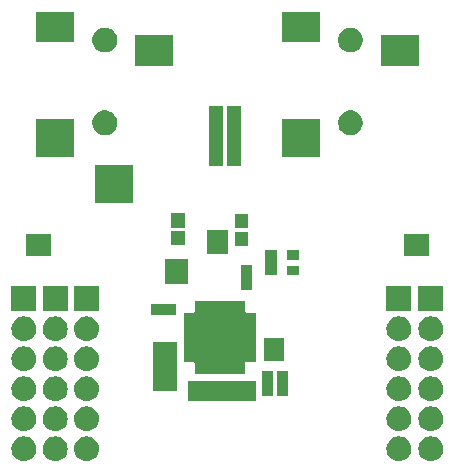
<source format=gbr>
G04 #@! TF.GenerationSoftware,KiCad,Pcbnew,(5.0.1-3-g963ef8bb5)*
G04 #@! TF.CreationDate,2019-01-09T17:43:23-05:00*
G04 #@! TF.ProjectId,Tympan_AIC_Shield,54796D70616E5F4149435F536869656C,rev?*
G04 #@! TF.SameCoordinates,PX6d878d0PY5279480*
G04 #@! TF.FileFunction,Soldermask,Top*
G04 #@! TF.FilePolarity,Negative*
%FSLAX46Y46*%
G04 Gerber Fmt 4.6, Leading zero omitted, Abs format (unit mm)*
G04 Created by KiCad (PCBNEW (5.0.1-3-g963ef8bb5)) date Wednesday, January 09, 2019 at 05:43:23 PM*
%MOMM*%
%LPD*%
G01*
G04 APERTURE LIST*
%ADD10C,0.100000*%
G04 APERTURE END LIST*
D10*
G36*
X36328707Y3042404D02*
X36405836Y3034807D01*
X36537787Y2994780D01*
X36603763Y2974767D01*
X36786172Y2877267D01*
X36946054Y2746054D01*
X37077267Y2586172D01*
X37174767Y2403763D01*
X37174767Y2403762D01*
X37234807Y2205836D01*
X37255080Y2000000D01*
X37234807Y1794164D01*
X37194780Y1662213D01*
X37174767Y1596237D01*
X37077267Y1413828D01*
X36946054Y1253946D01*
X36786172Y1122733D01*
X36603763Y1025233D01*
X36537787Y1005220D01*
X36405836Y965193D01*
X36328707Y957597D01*
X36251580Y950000D01*
X36148420Y950000D01*
X36071293Y957597D01*
X35994164Y965193D01*
X35862213Y1005220D01*
X35796237Y1025233D01*
X35613828Y1122733D01*
X35453946Y1253946D01*
X35322733Y1413828D01*
X35225233Y1596237D01*
X35205220Y1662213D01*
X35165193Y1794164D01*
X35144920Y2000000D01*
X35165193Y2205836D01*
X35225233Y2403762D01*
X35225233Y2403763D01*
X35322733Y2586172D01*
X35453946Y2746054D01*
X35613828Y2877267D01*
X35796237Y2974767D01*
X35862213Y2994780D01*
X35994164Y3034807D01*
X36071293Y3042404D01*
X36148420Y3050000D01*
X36251580Y3050000D01*
X36328707Y3042404D01*
X36328707Y3042404D01*
G37*
G36*
X33628707Y3042404D02*
X33705836Y3034807D01*
X33837787Y2994780D01*
X33903763Y2974767D01*
X34086172Y2877267D01*
X34246054Y2746054D01*
X34377267Y2586172D01*
X34474767Y2403763D01*
X34474767Y2403762D01*
X34534807Y2205836D01*
X34555080Y2000000D01*
X34534807Y1794164D01*
X34494780Y1662213D01*
X34474767Y1596237D01*
X34377267Y1413828D01*
X34246054Y1253946D01*
X34086172Y1122733D01*
X33903763Y1025233D01*
X33837787Y1005220D01*
X33705836Y965193D01*
X33628707Y957597D01*
X33551580Y950000D01*
X33448420Y950000D01*
X33371293Y957597D01*
X33294164Y965193D01*
X33162213Y1005220D01*
X33096237Y1025233D01*
X32913828Y1122733D01*
X32753946Y1253946D01*
X32622733Y1413828D01*
X32525233Y1596237D01*
X32505220Y1662213D01*
X32465193Y1794164D01*
X32444920Y2000000D01*
X32465193Y2205836D01*
X32525233Y2403762D01*
X32525233Y2403763D01*
X32622733Y2586172D01*
X32753946Y2746054D01*
X32913828Y2877267D01*
X33096237Y2974767D01*
X33162213Y2994780D01*
X33294164Y3034807D01*
X33371293Y3042404D01*
X33448420Y3050000D01*
X33551580Y3050000D01*
X33628707Y3042404D01*
X33628707Y3042404D01*
G37*
G36*
X7178707Y3042404D02*
X7255836Y3034807D01*
X7387787Y2994780D01*
X7453763Y2974767D01*
X7636172Y2877267D01*
X7796054Y2746054D01*
X7927267Y2586172D01*
X8024767Y2403763D01*
X8024767Y2403762D01*
X8084807Y2205836D01*
X8105080Y2000000D01*
X8084807Y1794164D01*
X8044780Y1662213D01*
X8024767Y1596237D01*
X7927267Y1413828D01*
X7796054Y1253946D01*
X7636172Y1122733D01*
X7453763Y1025233D01*
X7387787Y1005220D01*
X7255836Y965193D01*
X7178707Y957597D01*
X7101580Y950000D01*
X6998420Y950000D01*
X6921293Y957597D01*
X6844164Y965193D01*
X6712213Y1005220D01*
X6646237Y1025233D01*
X6463828Y1122733D01*
X6303946Y1253946D01*
X6172733Y1413828D01*
X6075233Y1596237D01*
X6055220Y1662213D01*
X6015193Y1794164D01*
X5994920Y2000000D01*
X6015193Y2205836D01*
X6075233Y2403762D01*
X6075233Y2403763D01*
X6172733Y2586172D01*
X6303946Y2746054D01*
X6463828Y2877267D01*
X6646237Y2974767D01*
X6712213Y2994780D01*
X6844164Y3034807D01*
X6921293Y3042404D01*
X6998420Y3050000D01*
X7101580Y3050000D01*
X7178707Y3042404D01*
X7178707Y3042404D01*
G37*
G36*
X4528707Y3042404D02*
X4605836Y3034807D01*
X4737787Y2994780D01*
X4803763Y2974767D01*
X4986172Y2877267D01*
X5146054Y2746054D01*
X5277267Y2586172D01*
X5374767Y2403763D01*
X5374767Y2403762D01*
X5434807Y2205836D01*
X5455080Y2000000D01*
X5434807Y1794164D01*
X5394780Y1662213D01*
X5374767Y1596237D01*
X5277267Y1413828D01*
X5146054Y1253946D01*
X4986172Y1122733D01*
X4803763Y1025233D01*
X4737787Y1005220D01*
X4605836Y965193D01*
X4528707Y957597D01*
X4451580Y950000D01*
X4348420Y950000D01*
X4271293Y957597D01*
X4194164Y965193D01*
X4062213Y1005220D01*
X3996237Y1025233D01*
X3813828Y1122733D01*
X3653946Y1253946D01*
X3522733Y1413828D01*
X3425233Y1596237D01*
X3405220Y1662213D01*
X3365193Y1794164D01*
X3344920Y2000000D01*
X3365193Y2205836D01*
X3425233Y2403762D01*
X3425233Y2403763D01*
X3522733Y2586172D01*
X3653946Y2746054D01*
X3813828Y2877267D01*
X3996237Y2974767D01*
X4062213Y2994780D01*
X4194164Y3034807D01*
X4271293Y3042404D01*
X4348420Y3050000D01*
X4451580Y3050000D01*
X4528707Y3042404D01*
X4528707Y3042404D01*
G37*
G36*
X1878707Y3042404D02*
X1955836Y3034807D01*
X2087787Y2994780D01*
X2153763Y2974767D01*
X2336172Y2877267D01*
X2496054Y2746054D01*
X2627267Y2586172D01*
X2724767Y2403763D01*
X2724767Y2403762D01*
X2784807Y2205836D01*
X2805080Y2000000D01*
X2784807Y1794164D01*
X2744780Y1662213D01*
X2724767Y1596237D01*
X2627267Y1413828D01*
X2496054Y1253946D01*
X2336172Y1122733D01*
X2153763Y1025233D01*
X2087787Y1005220D01*
X1955836Y965193D01*
X1878707Y957597D01*
X1801580Y950000D01*
X1698420Y950000D01*
X1621293Y957597D01*
X1544164Y965193D01*
X1412213Y1005220D01*
X1346237Y1025233D01*
X1163828Y1122733D01*
X1003946Y1253946D01*
X872733Y1413828D01*
X775233Y1596237D01*
X755220Y1662213D01*
X715193Y1794164D01*
X694920Y2000000D01*
X715193Y2205836D01*
X775233Y2403762D01*
X775233Y2403763D01*
X872733Y2586172D01*
X1003946Y2746054D01*
X1163828Y2877267D01*
X1346237Y2974767D01*
X1412213Y2994780D01*
X1544164Y3034807D01*
X1621293Y3042404D01*
X1698420Y3050000D01*
X1801580Y3050000D01*
X1878707Y3042404D01*
X1878707Y3042404D01*
G37*
G36*
X7178707Y5582403D02*
X7255836Y5574807D01*
X7387787Y5534780D01*
X7453763Y5514767D01*
X7636172Y5417267D01*
X7796054Y5286054D01*
X7927267Y5126172D01*
X8024767Y4943763D01*
X8024767Y4943762D01*
X8084807Y4745836D01*
X8105080Y4540000D01*
X8084807Y4334164D01*
X8044780Y4202213D01*
X8024767Y4136237D01*
X7927267Y3953828D01*
X7796054Y3793946D01*
X7636172Y3662733D01*
X7453763Y3565233D01*
X7387787Y3545220D01*
X7255836Y3505193D01*
X7178707Y3497597D01*
X7101580Y3490000D01*
X6998420Y3490000D01*
X6921293Y3497597D01*
X6844164Y3505193D01*
X6712213Y3545220D01*
X6646237Y3565233D01*
X6463828Y3662733D01*
X6303946Y3793946D01*
X6172733Y3953828D01*
X6075233Y4136237D01*
X6055220Y4202213D01*
X6015193Y4334164D01*
X5994920Y4540000D01*
X6015193Y4745836D01*
X6075233Y4943762D01*
X6075233Y4943763D01*
X6172733Y5126172D01*
X6303946Y5286054D01*
X6463828Y5417267D01*
X6646237Y5514767D01*
X6712213Y5534780D01*
X6844164Y5574807D01*
X6921293Y5582403D01*
X6998420Y5590000D01*
X7101580Y5590000D01*
X7178707Y5582403D01*
X7178707Y5582403D01*
G37*
G36*
X36328707Y5582403D02*
X36405836Y5574807D01*
X36537787Y5534780D01*
X36603763Y5514767D01*
X36786172Y5417267D01*
X36946054Y5286054D01*
X37077267Y5126172D01*
X37174767Y4943763D01*
X37174767Y4943762D01*
X37234807Y4745836D01*
X37255080Y4540000D01*
X37234807Y4334164D01*
X37194780Y4202213D01*
X37174767Y4136237D01*
X37077267Y3953828D01*
X36946054Y3793946D01*
X36786172Y3662733D01*
X36603763Y3565233D01*
X36537787Y3545220D01*
X36405836Y3505193D01*
X36328707Y3497597D01*
X36251580Y3490000D01*
X36148420Y3490000D01*
X36071293Y3497597D01*
X35994164Y3505193D01*
X35862213Y3545220D01*
X35796237Y3565233D01*
X35613828Y3662733D01*
X35453946Y3793946D01*
X35322733Y3953828D01*
X35225233Y4136237D01*
X35205220Y4202213D01*
X35165193Y4334164D01*
X35144920Y4540000D01*
X35165193Y4745836D01*
X35225233Y4943762D01*
X35225233Y4943763D01*
X35322733Y5126172D01*
X35453946Y5286054D01*
X35613828Y5417267D01*
X35796237Y5514767D01*
X35862213Y5534780D01*
X35994164Y5574807D01*
X36071293Y5582403D01*
X36148420Y5590000D01*
X36251580Y5590000D01*
X36328707Y5582403D01*
X36328707Y5582403D01*
G37*
G36*
X4528707Y5582403D02*
X4605836Y5574807D01*
X4737787Y5534780D01*
X4803763Y5514767D01*
X4986172Y5417267D01*
X5146054Y5286054D01*
X5277267Y5126172D01*
X5374767Y4943763D01*
X5374767Y4943762D01*
X5434807Y4745836D01*
X5455080Y4540000D01*
X5434807Y4334164D01*
X5394780Y4202213D01*
X5374767Y4136237D01*
X5277267Y3953828D01*
X5146054Y3793946D01*
X4986172Y3662733D01*
X4803763Y3565233D01*
X4737787Y3545220D01*
X4605836Y3505193D01*
X4528707Y3497597D01*
X4451580Y3490000D01*
X4348420Y3490000D01*
X4271293Y3497597D01*
X4194164Y3505193D01*
X4062213Y3545220D01*
X3996237Y3565233D01*
X3813828Y3662733D01*
X3653946Y3793946D01*
X3522733Y3953828D01*
X3425233Y4136237D01*
X3405220Y4202213D01*
X3365193Y4334164D01*
X3344920Y4540000D01*
X3365193Y4745836D01*
X3425233Y4943762D01*
X3425233Y4943763D01*
X3522733Y5126172D01*
X3653946Y5286054D01*
X3813828Y5417267D01*
X3996237Y5514767D01*
X4062213Y5534780D01*
X4194164Y5574807D01*
X4271293Y5582403D01*
X4348420Y5590000D01*
X4451580Y5590000D01*
X4528707Y5582403D01*
X4528707Y5582403D01*
G37*
G36*
X33628707Y5582403D02*
X33705836Y5574807D01*
X33837787Y5534780D01*
X33903763Y5514767D01*
X34086172Y5417267D01*
X34246054Y5286054D01*
X34377267Y5126172D01*
X34474767Y4943763D01*
X34474767Y4943762D01*
X34534807Y4745836D01*
X34555080Y4540000D01*
X34534807Y4334164D01*
X34494780Y4202213D01*
X34474767Y4136237D01*
X34377267Y3953828D01*
X34246054Y3793946D01*
X34086172Y3662733D01*
X33903763Y3565233D01*
X33837787Y3545220D01*
X33705836Y3505193D01*
X33628707Y3497597D01*
X33551580Y3490000D01*
X33448420Y3490000D01*
X33371293Y3497597D01*
X33294164Y3505193D01*
X33162213Y3545220D01*
X33096237Y3565233D01*
X32913828Y3662733D01*
X32753946Y3793946D01*
X32622733Y3953828D01*
X32525233Y4136237D01*
X32505220Y4202213D01*
X32465193Y4334164D01*
X32444920Y4540000D01*
X32465193Y4745836D01*
X32525233Y4943762D01*
X32525233Y4943763D01*
X32622733Y5126172D01*
X32753946Y5286054D01*
X32913828Y5417267D01*
X33096237Y5514767D01*
X33162213Y5534780D01*
X33294164Y5574807D01*
X33371293Y5582403D01*
X33448420Y5590000D01*
X33551580Y5590000D01*
X33628707Y5582403D01*
X33628707Y5582403D01*
G37*
G36*
X1878707Y5582403D02*
X1955836Y5574807D01*
X2087787Y5534780D01*
X2153763Y5514767D01*
X2336172Y5417267D01*
X2496054Y5286054D01*
X2627267Y5126172D01*
X2724767Y4943763D01*
X2724767Y4943762D01*
X2784807Y4745836D01*
X2805080Y4540000D01*
X2784807Y4334164D01*
X2744780Y4202213D01*
X2724767Y4136237D01*
X2627267Y3953828D01*
X2496054Y3793946D01*
X2336172Y3662733D01*
X2153763Y3565233D01*
X2087787Y3545220D01*
X1955836Y3505193D01*
X1878707Y3497597D01*
X1801580Y3490000D01*
X1698420Y3490000D01*
X1621293Y3497597D01*
X1544164Y3505193D01*
X1412213Y3545220D01*
X1346237Y3565233D01*
X1163828Y3662733D01*
X1003946Y3793946D01*
X872733Y3953828D01*
X775233Y4136237D01*
X755220Y4202213D01*
X715193Y4334164D01*
X694920Y4540000D01*
X715193Y4745836D01*
X775233Y4943762D01*
X775233Y4943763D01*
X872733Y5126172D01*
X1003946Y5286054D01*
X1163828Y5417267D01*
X1346237Y5514767D01*
X1412213Y5534780D01*
X1544164Y5574807D01*
X1621293Y5582403D01*
X1698420Y5590000D01*
X1801580Y5590000D01*
X1878707Y5582403D01*
X1878707Y5582403D01*
G37*
G36*
X36328707Y8122403D02*
X36405836Y8114807D01*
X36537787Y8074780D01*
X36603763Y8054767D01*
X36786172Y7957267D01*
X36946054Y7826054D01*
X37077267Y7666172D01*
X37174767Y7483763D01*
X37174767Y7483762D01*
X37234807Y7285836D01*
X37255080Y7080000D01*
X37234807Y6874164D01*
X37194780Y6742213D01*
X37174767Y6676237D01*
X37077267Y6493828D01*
X36946054Y6333946D01*
X36786172Y6202733D01*
X36603763Y6105233D01*
X36537787Y6085220D01*
X36405836Y6045193D01*
X36328707Y6037596D01*
X36251580Y6030000D01*
X36148420Y6030000D01*
X36071293Y6037596D01*
X35994164Y6045193D01*
X35862213Y6085220D01*
X35796237Y6105233D01*
X35613828Y6202733D01*
X35453946Y6333946D01*
X35322733Y6493828D01*
X35225233Y6676237D01*
X35205220Y6742213D01*
X35165193Y6874164D01*
X35144920Y7080000D01*
X35165193Y7285836D01*
X35225233Y7483762D01*
X35225233Y7483763D01*
X35322733Y7666172D01*
X35453946Y7826054D01*
X35613828Y7957267D01*
X35796237Y8054767D01*
X35862213Y8074780D01*
X35994164Y8114807D01*
X36071293Y8122403D01*
X36148420Y8130000D01*
X36251580Y8130000D01*
X36328707Y8122403D01*
X36328707Y8122403D01*
G37*
G36*
X4528707Y8122403D02*
X4605836Y8114807D01*
X4737787Y8074780D01*
X4803763Y8054767D01*
X4986172Y7957267D01*
X5146054Y7826054D01*
X5277267Y7666172D01*
X5374767Y7483763D01*
X5374767Y7483762D01*
X5434807Y7285836D01*
X5455080Y7080000D01*
X5434807Y6874164D01*
X5394780Y6742213D01*
X5374767Y6676237D01*
X5277267Y6493828D01*
X5146054Y6333946D01*
X4986172Y6202733D01*
X4803763Y6105233D01*
X4737787Y6085220D01*
X4605836Y6045193D01*
X4528707Y6037596D01*
X4451580Y6030000D01*
X4348420Y6030000D01*
X4271293Y6037596D01*
X4194164Y6045193D01*
X4062213Y6085220D01*
X3996237Y6105233D01*
X3813828Y6202733D01*
X3653946Y6333946D01*
X3522733Y6493828D01*
X3425233Y6676237D01*
X3405220Y6742213D01*
X3365193Y6874164D01*
X3344920Y7080000D01*
X3365193Y7285836D01*
X3425233Y7483762D01*
X3425233Y7483763D01*
X3522733Y7666172D01*
X3653946Y7826054D01*
X3813828Y7957267D01*
X3996237Y8054767D01*
X4062213Y8074780D01*
X4194164Y8114807D01*
X4271293Y8122403D01*
X4348420Y8130000D01*
X4451580Y8130000D01*
X4528707Y8122403D01*
X4528707Y8122403D01*
G37*
G36*
X33628707Y8122403D02*
X33705836Y8114807D01*
X33837787Y8074780D01*
X33903763Y8054767D01*
X34086172Y7957267D01*
X34246054Y7826054D01*
X34377267Y7666172D01*
X34474767Y7483763D01*
X34474767Y7483762D01*
X34534807Y7285836D01*
X34555080Y7080000D01*
X34534807Y6874164D01*
X34494780Y6742213D01*
X34474767Y6676237D01*
X34377267Y6493828D01*
X34246054Y6333946D01*
X34086172Y6202733D01*
X33903763Y6105233D01*
X33837787Y6085220D01*
X33705836Y6045193D01*
X33628707Y6037596D01*
X33551580Y6030000D01*
X33448420Y6030000D01*
X33371293Y6037596D01*
X33294164Y6045193D01*
X33162213Y6085220D01*
X33096237Y6105233D01*
X32913828Y6202733D01*
X32753946Y6333946D01*
X32622733Y6493828D01*
X32525233Y6676237D01*
X32505220Y6742213D01*
X32465193Y6874164D01*
X32444920Y7080000D01*
X32465193Y7285836D01*
X32525233Y7483762D01*
X32525233Y7483763D01*
X32622733Y7666172D01*
X32753946Y7826054D01*
X32913828Y7957267D01*
X33096237Y8054767D01*
X33162213Y8074780D01*
X33294164Y8114807D01*
X33371293Y8122403D01*
X33448420Y8130000D01*
X33551580Y8130000D01*
X33628707Y8122403D01*
X33628707Y8122403D01*
G37*
G36*
X1878707Y8122403D02*
X1955836Y8114807D01*
X2087787Y8074780D01*
X2153763Y8054767D01*
X2336172Y7957267D01*
X2496054Y7826054D01*
X2627267Y7666172D01*
X2724767Y7483763D01*
X2724767Y7483762D01*
X2784807Y7285836D01*
X2805080Y7080000D01*
X2784807Y6874164D01*
X2744780Y6742213D01*
X2724767Y6676237D01*
X2627267Y6493828D01*
X2496054Y6333946D01*
X2336172Y6202733D01*
X2153763Y6105233D01*
X2087787Y6085220D01*
X1955836Y6045193D01*
X1878707Y6037596D01*
X1801580Y6030000D01*
X1698420Y6030000D01*
X1621293Y6037596D01*
X1544164Y6045193D01*
X1412213Y6085220D01*
X1346237Y6105233D01*
X1163828Y6202733D01*
X1003946Y6333946D01*
X872733Y6493828D01*
X775233Y6676237D01*
X755220Y6742213D01*
X715193Y6874164D01*
X694920Y7080000D01*
X715193Y7285836D01*
X775233Y7483762D01*
X775233Y7483763D01*
X872733Y7666172D01*
X1003946Y7826054D01*
X1163828Y7957267D01*
X1346237Y8054767D01*
X1412213Y8074780D01*
X1544164Y8114807D01*
X1621293Y8122403D01*
X1698420Y8130000D01*
X1801580Y8130000D01*
X1878707Y8122403D01*
X1878707Y8122403D01*
G37*
G36*
X7178707Y8122403D02*
X7255836Y8114807D01*
X7387787Y8074780D01*
X7453763Y8054767D01*
X7636172Y7957267D01*
X7796054Y7826054D01*
X7927267Y7666172D01*
X8024767Y7483763D01*
X8024767Y7483762D01*
X8084807Y7285836D01*
X8105080Y7080000D01*
X8084807Y6874164D01*
X8044780Y6742213D01*
X8024767Y6676237D01*
X7927267Y6493828D01*
X7796054Y6333946D01*
X7636172Y6202733D01*
X7453763Y6105233D01*
X7387787Y6085220D01*
X7255836Y6045193D01*
X7178707Y6037596D01*
X7101580Y6030000D01*
X6998420Y6030000D01*
X6921293Y6037596D01*
X6844164Y6045193D01*
X6712213Y6085220D01*
X6646237Y6105233D01*
X6463828Y6202733D01*
X6303946Y6333946D01*
X6172733Y6493828D01*
X6075233Y6676237D01*
X6055220Y6742213D01*
X6015193Y6874164D01*
X5994920Y7080000D01*
X6015193Y7285836D01*
X6075233Y7483762D01*
X6075233Y7483763D01*
X6172733Y7666172D01*
X6303946Y7826054D01*
X6463828Y7957267D01*
X6646237Y8054767D01*
X6712213Y8074780D01*
X6844164Y8114807D01*
X6921293Y8122403D01*
X6998420Y8130000D01*
X7101580Y8130000D01*
X7178707Y8122403D01*
X7178707Y8122403D01*
G37*
G36*
X21425000Y6075000D02*
X15675000Y6075000D01*
X15675000Y7775000D01*
X21425000Y7775000D01*
X21425000Y6075000D01*
X21425000Y6075000D01*
G37*
G36*
X22800600Y6440700D02*
X21900600Y6440700D01*
X21900600Y8540700D01*
X22800600Y8540700D01*
X22800600Y6440700D01*
X22800600Y6440700D01*
G37*
G36*
X24096000Y6440700D02*
X23196000Y6440700D01*
X23196000Y8540700D01*
X24096000Y8540700D01*
X24096000Y6440700D01*
X24096000Y6440700D01*
G37*
G36*
X14717900Y8883800D02*
X14720302Y8859414D01*
X14727415Y8835965D01*
X14738966Y8814354D01*
X14746400Y8805296D01*
X14746400Y6880900D01*
X12646400Y6880900D01*
X12646400Y8781223D01*
X12663688Y8795412D01*
X12679234Y8814354D01*
X12690785Y8835965D01*
X12697898Y8859414D01*
X12700300Y8883800D01*
X12700300Y11060600D01*
X14717900Y11060600D01*
X14717900Y8883800D01*
X14717900Y8883800D01*
G37*
G36*
X20444600Y13658000D02*
X20447002Y13633614D01*
X20454115Y13610165D01*
X20465666Y13588554D01*
X20481212Y13569612D01*
X20500154Y13554066D01*
X20521765Y13542515D01*
X20545214Y13535402D01*
X20569600Y13533000D01*
X21419600Y13533000D01*
X21419600Y9333000D01*
X20569600Y9333000D01*
X20545214Y9330598D01*
X20521765Y9323485D01*
X20500154Y9311934D01*
X20481212Y9296388D01*
X20465666Y9277446D01*
X20454115Y9255835D01*
X20447002Y9232386D01*
X20444600Y9208000D01*
X20444600Y8358000D01*
X16244600Y8358000D01*
X16244600Y9208000D01*
X16242198Y9232386D01*
X16235085Y9255835D01*
X16223534Y9277446D01*
X16207988Y9296388D01*
X16189046Y9311934D01*
X16167435Y9323485D01*
X16143986Y9330598D01*
X16119600Y9333000D01*
X15269600Y9333000D01*
X15269600Y13533000D01*
X16119600Y13533000D01*
X16143986Y13535402D01*
X16167435Y13542515D01*
X16189046Y13554066D01*
X16207988Y13569612D01*
X16223534Y13588554D01*
X16235085Y13610165D01*
X16242198Y13633614D01*
X16244600Y13658000D01*
X16244600Y14508000D01*
X20444600Y14508000D01*
X20444600Y13658000D01*
X20444600Y13658000D01*
G37*
G36*
X4528707Y10662403D02*
X4605836Y10654807D01*
X4737787Y10614780D01*
X4803763Y10594767D01*
X4986172Y10497267D01*
X5146054Y10366054D01*
X5277267Y10206172D01*
X5374767Y10023763D01*
X5374767Y10023762D01*
X5434807Y9825836D01*
X5455080Y9620000D01*
X5434807Y9414164D01*
X5407300Y9323485D01*
X5374767Y9216237D01*
X5277267Y9033828D01*
X5146054Y8873946D01*
X4986172Y8742733D01*
X4803763Y8645233D01*
X4737787Y8625220D01*
X4605836Y8585193D01*
X4528707Y8577597D01*
X4451580Y8570000D01*
X4348420Y8570000D01*
X4271293Y8577597D01*
X4194164Y8585193D01*
X4062213Y8625220D01*
X3996237Y8645233D01*
X3813828Y8742733D01*
X3653946Y8873946D01*
X3522733Y9033828D01*
X3425233Y9216237D01*
X3392700Y9323485D01*
X3365193Y9414164D01*
X3344920Y9620000D01*
X3365193Y9825836D01*
X3425233Y10023762D01*
X3425233Y10023763D01*
X3522733Y10206172D01*
X3653946Y10366054D01*
X3813828Y10497267D01*
X3996237Y10594767D01*
X4062213Y10614780D01*
X4194164Y10654807D01*
X4271293Y10662403D01*
X4348420Y10670000D01*
X4451580Y10670000D01*
X4528707Y10662403D01*
X4528707Y10662403D01*
G37*
G36*
X36328707Y10662403D02*
X36405836Y10654807D01*
X36537787Y10614780D01*
X36603763Y10594767D01*
X36786172Y10497267D01*
X36946054Y10366054D01*
X37077267Y10206172D01*
X37174767Y10023763D01*
X37174767Y10023762D01*
X37234807Y9825836D01*
X37255080Y9620000D01*
X37234807Y9414164D01*
X37207300Y9323485D01*
X37174767Y9216237D01*
X37077267Y9033828D01*
X36946054Y8873946D01*
X36786172Y8742733D01*
X36603763Y8645233D01*
X36537787Y8625220D01*
X36405836Y8585193D01*
X36328707Y8577597D01*
X36251580Y8570000D01*
X36148420Y8570000D01*
X36071293Y8577597D01*
X35994164Y8585193D01*
X35862213Y8625220D01*
X35796237Y8645233D01*
X35613828Y8742733D01*
X35453946Y8873946D01*
X35322733Y9033828D01*
X35225233Y9216237D01*
X35192700Y9323485D01*
X35165193Y9414164D01*
X35144920Y9620000D01*
X35165193Y9825836D01*
X35225233Y10023762D01*
X35225233Y10023763D01*
X35322733Y10206172D01*
X35453946Y10366054D01*
X35613828Y10497267D01*
X35796237Y10594767D01*
X35862213Y10614780D01*
X35994164Y10654807D01*
X36071293Y10662403D01*
X36148420Y10670000D01*
X36251580Y10670000D01*
X36328707Y10662403D01*
X36328707Y10662403D01*
G37*
G36*
X7178707Y10662403D02*
X7255836Y10654807D01*
X7387787Y10614780D01*
X7453763Y10594767D01*
X7636172Y10497267D01*
X7796054Y10366054D01*
X7927267Y10206172D01*
X8024767Y10023763D01*
X8024767Y10023762D01*
X8084807Y9825836D01*
X8105080Y9620000D01*
X8084807Y9414164D01*
X8057300Y9323485D01*
X8024767Y9216237D01*
X7927267Y9033828D01*
X7796054Y8873946D01*
X7636172Y8742733D01*
X7453763Y8645233D01*
X7387787Y8625220D01*
X7255836Y8585193D01*
X7178707Y8577597D01*
X7101580Y8570000D01*
X6998420Y8570000D01*
X6921293Y8577597D01*
X6844164Y8585193D01*
X6712213Y8625220D01*
X6646237Y8645233D01*
X6463828Y8742733D01*
X6303946Y8873946D01*
X6172733Y9033828D01*
X6075233Y9216237D01*
X6042700Y9323485D01*
X6015193Y9414164D01*
X5994920Y9620000D01*
X6015193Y9825836D01*
X6075233Y10023762D01*
X6075233Y10023763D01*
X6172733Y10206172D01*
X6303946Y10366054D01*
X6463828Y10497267D01*
X6646237Y10594767D01*
X6712213Y10614780D01*
X6844164Y10654807D01*
X6921293Y10662403D01*
X6998420Y10670000D01*
X7101580Y10670000D01*
X7178707Y10662403D01*
X7178707Y10662403D01*
G37*
G36*
X33628707Y10662403D02*
X33705836Y10654807D01*
X33837787Y10614780D01*
X33903763Y10594767D01*
X34086172Y10497267D01*
X34246054Y10366054D01*
X34377267Y10206172D01*
X34474767Y10023763D01*
X34474767Y10023762D01*
X34534807Y9825836D01*
X34555080Y9620000D01*
X34534807Y9414164D01*
X34507300Y9323485D01*
X34474767Y9216237D01*
X34377267Y9033828D01*
X34246054Y8873946D01*
X34086172Y8742733D01*
X33903763Y8645233D01*
X33837787Y8625220D01*
X33705836Y8585193D01*
X33628707Y8577597D01*
X33551580Y8570000D01*
X33448420Y8570000D01*
X33371293Y8577597D01*
X33294164Y8585193D01*
X33162213Y8625220D01*
X33096237Y8645233D01*
X32913828Y8742733D01*
X32753946Y8873946D01*
X32622733Y9033828D01*
X32525233Y9216237D01*
X32492700Y9323485D01*
X32465193Y9414164D01*
X32444920Y9620000D01*
X32465193Y9825836D01*
X32525233Y10023762D01*
X32525233Y10023763D01*
X32622733Y10206172D01*
X32753946Y10366054D01*
X32913828Y10497267D01*
X33096237Y10594767D01*
X33162213Y10614780D01*
X33294164Y10654807D01*
X33371293Y10662403D01*
X33448420Y10670000D01*
X33551580Y10670000D01*
X33628707Y10662403D01*
X33628707Y10662403D01*
G37*
G36*
X1878707Y10662403D02*
X1955836Y10654807D01*
X2087787Y10614780D01*
X2153763Y10594767D01*
X2336172Y10497267D01*
X2496054Y10366054D01*
X2627267Y10206172D01*
X2724767Y10023763D01*
X2724767Y10023762D01*
X2784807Y9825836D01*
X2805080Y9620000D01*
X2784807Y9414164D01*
X2757300Y9323485D01*
X2724767Y9216237D01*
X2627267Y9033828D01*
X2496054Y8873946D01*
X2336172Y8742733D01*
X2153763Y8645233D01*
X2087787Y8625220D01*
X1955836Y8585193D01*
X1878707Y8577597D01*
X1801580Y8570000D01*
X1698420Y8570000D01*
X1621293Y8577597D01*
X1544164Y8585193D01*
X1412213Y8625220D01*
X1346237Y8645233D01*
X1163828Y8742733D01*
X1003946Y8873946D01*
X872733Y9033828D01*
X775233Y9216237D01*
X742700Y9323485D01*
X715193Y9414164D01*
X694920Y9620000D01*
X715193Y9825836D01*
X775233Y10023762D01*
X775233Y10023763D01*
X872733Y10206172D01*
X1003946Y10366054D01*
X1163828Y10497267D01*
X1346237Y10594767D01*
X1412213Y10614780D01*
X1544164Y10654807D01*
X1621293Y10662403D01*
X1698420Y10670000D01*
X1801580Y10670000D01*
X1878707Y10662403D01*
X1878707Y10662403D01*
G37*
G36*
X23779300Y9447100D02*
X22079300Y9447100D01*
X22079300Y11400000D01*
X23779300Y11400000D01*
X23779300Y9447100D01*
X23779300Y9447100D01*
G37*
G36*
X36328707Y13202403D02*
X36405836Y13194807D01*
X36537787Y13154780D01*
X36603763Y13134767D01*
X36786172Y13037267D01*
X36946054Y12906054D01*
X37077267Y12746172D01*
X37174767Y12563763D01*
X37174767Y12563762D01*
X37234807Y12365836D01*
X37255080Y12160000D01*
X37234807Y11954164D01*
X37194780Y11822213D01*
X37174767Y11756237D01*
X37077267Y11573828D01*
X36946054Y11413946D01*
X36786172Y11282733D01*
X36603763Y11185233D01*
X36537787Y11165220D01*
X36405836Y11125193D01*
X36328707Y11117596D01*
X36251580Y11110000D01*
X36148420Y11110000D01*
X36071293Y11117596D01*
X35994164Y11125193D01*
X35862213Y11165220D01*
X35796237Y11185233D01*
X35613828Y11282733D01*
X35453946Y11413946D01*
X35322733Y11573828D01*
X35225233Y11756237D01*
X35205220Y11822213D01*
X35165193Y11954164D01*
X35144920Y12160000D01*
X35165193Y12365836D01*
X35225233Y12563762D01*
X35225233Y12563763D01*
X35322733Y12746172D01*
X35453946Y12906054D01*
X35613828Y13037267D01*
X35796237Y13134767D01*
X35862213Y13154780D01*
X35994164Y13194807D01*
X36071293Y13202403D01*
X36148420Y13210000D01*
X36251580Y13210000D01*
X36328707Y13202403D01*
X36328707Y13202403D01*
G37*
G36*
X4528707Y13202403D02*
X4605836Y13194807D01*
X4737787Y13154780D01*
X4803763Y13134767D01*
X4986172Y13037267D01*
X5146054Y12906054D01*
X5277267Y12746172D01*
X5374767Y12563763D01*
X5374767Y12563762D01*
X5434807Y12365836D01*
X5455080Y12160000D01*
X5434807Y11954164D01*
X5394780Y11822213D01*
X5374767Y11756237D01*
X5277267Y11573828D01*
X5146054Y11413946D01*
X4986172Y11282733D01*
X4803763Y11185233D01*
X4737787Y11165220D01*
X4605836Y11125193D01*
X4528707Y11117596D01*
X4451580Y11110000D01*
X4348420Y11110000D01*
X4271293Y11117596D01*
X4194164Y11125193D01*
X4062213Y11165220D01*
X3996237Y11185233D01*
X3813828Y11282733D01*
X3653946Y11413946D01*
X3522733Y11573828D01*
X3425233Y11756237D01*
X3405220Y11822213D01*
X3365193Y11954164D01*
X3344920Y12160000D01*
X3365193Y12365836D01*
X3425233Y12563762D01*
X3425233Y12563763D01*
X3522733Y12746172D01*
X3653946Y12906054D01*
X3813828Y13037267D01*
X3996237Y13134767D01*
X4062213Y13154780D01*
X4194164Y13194807D01*
X4271293Y13202403D01*
X4348420Y13210000D01*
X4451580Y13210000D01*
X4528707Y13202403D01*
X4528707Y13202403D01*
G37*
G36*
X7178707Y13202403D02*
X7255836Y13194807D01*
X7387787Y13154780D01*
X7453763Y13134767D01*
X7636172Y13037267D01*
X7796054Y12906054D01*
X7927267Y12746172D01*
X8024767Y12563763D01*
X8024767Y12563762D01*
X8084807Y12365836D01*
X8105080Y12160000D01*
X8084807Y11954164D01*
X8044780Y11822213D01*
X8024767Y11756237D01*
X7927267Y11573828D01*
X7796054Y11413946D01*
X7636172Y11282733D01*
X7453763Y11185233D01*
X7387787Y11165220D01*
X7255836Y11125193D01*
X7178707Y11117596D01*
X7101580Y11110000D01*
X6998420Y11110000D01*
X6921293Y11117596D01*
X6844164Y11125193D01*
X6712213Y11165220D01*
X6646237Y11185233D01*
X6463828Y11282733D01*
X6303946Y11413946D01*
X6172733Y11573828D01*
X6075233Y11756237D01*
X6055220Y11822213D01*
X6015193Y11954164D01*
X5994920Y12160000D01*
X6015193Y12365836D01*
X6075233Y12563762D01*
X6075233Y12563763D01*
X6172733Y12746172D01*
X6303946Y12906054D01*
X6463828Y13037267D01*
X6646237Y13134767D01*
X6712213Y13154780D01*
X6844164Y13194807D01*
X6921293Y13202403D01*
X6998420Y13210000D01*
X7101580Y13210000D01*
X7178707Y13202403D01*
X7178707Y13202403D01*
G37*
G36*
X33628707Y13202403D02*
X33705836Y13194807D01*
X33837787Y13154780D01*
X33903763Y13134767D01*
X34086172Y13037267D01*
X34246054Y12906054D01*
X34377267Y12746172D01*
X34474767Y12563763D01*
X34474767Y12563762D01*
X34534807Y12365836D01*
X34555080Y12160000D01*
X34534807Y11954164D01*
X34494780Y11822213D01*
X34474767Y11756237D01*
X34377267Y11573828D01*
X34246054Y11413946D01*
X34086172Y11282733D01*
X33903763Y11185233D01*
X33837787Y11165220D01*
X33705836Y11125193D01*
X33628707Y11117596D01*
X33551580Y11110000D01*
X33448420Y11110000D01*
X33371293Y11117596D01*
X33294164Y11125193D01*
X33162213Y11165220D01*
X33096237Y11185233D01*
X32913828Y11282733D01*
X32753946Y11413946D01*
X32622733Y11573828D01*
X32525233Y11756237D01*
X32505220Y11822213D01*
X32465193Y11954164D01*
X32444920Y12160000D01*
X32465193Y12365836D01*
X32525233Y12563762D01*
X32525233Y12563763D01*
X32622733Y12746172D01*
X32753946Y12906054D01*
X32913828Y13037267D01*
X33096237Y13134767D01*
X33162213Y13154780D01*
X33294164Y13194807D01*
X33371293Y13202403D01*
X33448420Y13210000D01*
X33551580Y13210000D01*
X33628707Y13202403D01*
X33628707Y13202403D01*
G37*
G36*
X1878707Y13202403D02*
X1955836Y13194807D01*
X2087787Y13154780D01*
X2153763Y13134767D01*
X2336172Y13037267D01*
X2496054Y12906054D01*
X2627267Y12746172D01*
X2724767Y12563763D01*
X2724767Y12563762D01*
X2784807Y12365836D01*
X2805080Y12160000D01*
X2784807Y11954164D01*
X2744780Y11822213D01*
X2724767Y11756237D01*
X2627267Y11573828D01*
X2496054Y11413946D01*
X2336172Y11282733D01*
X2153763Y11185233D01*
X2087787Y11165220D01*
X1955836Y11125193D01*
X1878707Y11117596D01*
X1801580Y11110000D01*
X1698420Y11110000D01*
X1621293Y11117596D01*
X1544164Y11125193D01*
X1412213Y11165220D01*
X1346237Y11185233D01*
X1163828Y11282733D01*
X1003946Y11413946D01*
X872733Y11573828D01*
X775233Y11756237D01*
X755220Y11822213D01*
X715193Y11954164D01*
X694920Y12160000D01*
X715193Y12365836D01*
X775233Y12563762D01*
X775233Y12563763D01*
X872733Y12746172D01*
X1003946Y12906054D01*
X1163828Y13037267D01*
X1346237Y13134767D01*
X1412213Y13154780D01*
X1544164Y13194807D01*
X1621293Y13202403D01*
X1698420Y13210000D01*
X1801580Y13210000D01*
X1878707Y13202403D01*
X1878707Y13202403D01*
G37*
G36*
X14650000Y13350000D02*
X12550000Y13350000D01*
X12550000Y14250000D01*
X14650000Y14250000D01*
X14650000Y13350000D01*
X14650000Y13350000D01*
G37*
G36*
X37250000Y13650000D02*
X35150000Y13650000D01*
X35150000Y15750000D01*
X37250000Y15750000D01*
X37250000Y13650000D01*
X37250000Y13650000D01*
G37*
G36*
X34550000Y13650000D02*
X32450000Y13650000D01*
X32450000Y15750000D01*
X34550000Y15750000D01*
X34550000Y13650000D01*
X34550000Y13650000D01*
G37*
G36*
X8100000Y13650000D02*
X6000000Y13650000D01*
X6000000Y15750000D01*
X8100000Y15750000D01*
X8100000Y13650000D01*
X8100000Y13650000D01*
G37*
G36*
X5450000Y13650000D02*
X3350000Y13650000D01*
X3350000Y15750000D01*
X5450000Y15750000D01*
X5450000Y13650000D01*
X5450000Y13650000D01*
G37*
G36*
X2800000Y13650000D02*
X700000Y13650000D01*
X700000Y15750000D01*
X2800000Y15750000D01*
X2800000Y13650000D01*
X2800000Y13650000D01*
G37*
G36*
X21050000Y15450000D02*
X20150000Y15450000D01*
X20150000Y17550000D01*
X21050000Y17550000D01*
X21050000Y15450000D01*
X21050000Y15450000D01*
G37*
G36*
X15645000Y15932900D02*
X13690900Y15932900D01*
X13690900Y18032900D01*
X15645000Y18032900D01*
X15645000Y15932900D01*
X15645000Y15932900D01*
G37*
G36*
X25075000Y16700000D02*
X24025000Y16700000D01*
X24025000Y17500000D01*
X25075000Y17500000D01*
X25075000Y16700000D01*
X25075000Y16700000D01*
G37*
G36*
X23175000Y16700000D02*
X22125000Y16700000D01*
X22125000Y18800000D01*
X23175000Y18800000D01*
X23175000Y16700000D01*
X23175000Y16700000D01*
G37*
G36*
X25075000Y18000000D02*
X24025000Y18000000D01*
X24025000Y18800000D01*
X25075000Y18800000D01*
X25075000Y18000000D01*
X25075000Y18000000D01*
G37*
G36*
X4050000Y18300000D02*
X1950000Y18300000D01*
X1950000Y20200000D01*
X4050000Y20200000D01*
X4050000Y18300000D01*
X4050000Y18300000D01*
G37*
G36*
X36050000Y18300000D02*
X33950000Y18300000D01*
X33950000Y20200000D01*
X36050000Y20200000D01*
X36050000Y18300000D01*
X36050000Y18300000D01*
G37*
G36*
X19050000Y18450000D02*
X17250000Y18450000D01*
X17250000Y20550000D01*
X19050000Y20550000D01*
X19050000Y18450000D01*
X19050000Y18450000D01*
G37*
G36*
X20750000Y19150000D02*
X19600000Y19150000D01*
X19600000Y20350000D01*
X20750000Y20350000D01*
X20750000Y19150000D01*
X20750000Y19150000D01*
G37*
G36*
X15375000Y19225000D02*
X14225000Y19225000D01*
X14225000Y20425000D01*
X15375000Y20425000D01*
X15375000Y19225000D01*
X15375000Y19225000D01*
G37*
G36*
X20750000Y20650000D02*
X19600000Y20650000D01*
X19600000Y21850000D01*
X20750000Y21850000D01*
X20750000Y20650000D01*
X20750000Y20650000D01*
G37*
G36*
X15375000Y20725000D02*
X14225000Y20725000D01*
X14225000Y21925000D01*
X15375000Y21925000D01*
X15375000Y20725000D01*
X15375000Y20725000D01*
G37*
G36*
X10950000Y22800000D02*
X7750000Y22800000D01*
X7750000Y26000000D01*
X10950000Y26000000D01*
X10950000Y22800000D01*
X10950000Y22800000D01*
G37*
G36*
X20150000Y25975000D02*
X18950000Y25975000D01*
X18950000Y31025000D01*
X20150000Y31025000D01*
X20150000Y25975000D01*
X20150000Y25975000D01*
G37*
G36*
X18650000Y25975000D02*
X17450000Y25975000D01*
X17450000Y31025000D01*
X18650000Y31025000D01*
X18650000Y25975000D01*
X18650000Y25975000D01*
G37*
G36*
X6000000Y26700000D02*
X2800000Y26700000D01*
X2800000Y29900000D01*
X6000000Y29900000D01*
X6000000Y26700000D01*
X6000000Y26700000D01*
G37*
G36*
X26800000Y26700000D02*
X23600000Y26700000D01*
X23600000Y29900000D01*
X26800000Y29900000D01*
X26800000Y26700000D01*
X26800000Y26700000D01*
G37*
G36*
X8725888Y30645530D02*
X8906274Y30609650D01*
X9097362Y30530498D01*
X9269336Y30415589D01*
X9415589Y30269336D01*
X9530498Y30097362D01*
X9609650Y29906274D01*
X9650000Y29703416D01*
X9650000Y29496584D01*
X9609650Y29293726D01*
X9530498Y29102638D01*
X9415589Y28930664D01*
X9269336Y28784411D01*
X9097362Y28669502D01*
X8906274Y28590350D01*
X8725888Y28554470D01*
X8703417Y28550000D01*
X8496583Y28550000D01*
X8474112Y28554470D01*
X8293726Y28590350D01*
X8102638Y28669502D01*
X7930664Y28784411D01*
X7784411Y28930664D01*
X7669502Y29102638D01*
X7590350Y29293726D01*
X7550000Y29496584D01*
X7550000Y29703416D01*
X7590350Y29906274D01*
X7669502Y30097362D01*
X7784411Y30269336D01*
X7930664Y30415589D01*
X8102638Y30530498D01*
X8293726Y30609650D01*
X8474112Y30645530D01*
X8496583Y30650000D01*
X8703417Y30650000D01*
X8725888Y30645530D01*
X8725888Y30645530D01*
G37*
G36*
X29525888Y30645530D02*
X29706274Y30609650D01*
X29897362Y30530498D01*
X30069336Y30415589D01*
X30215589Y30269336D01*
X30330498Y30097362D01*
X30409650Y29906274D01*
X30450000Y29703416D01*
X30450000Y29496584D01*
X30409650Y29293726D01*
X30330498Y29102638D01*
X30215589Y28930664D01*
X30069336Y28784411D01*
X29897362Y28669502D01*
X29706274Y28590350D01*
X29525888Y28554470D01*
X29503417Y28550000D01*
X29296583Y28550000D01*
X29274112Y28554470D01*
X29093726Y28590350D01*
X28902638Y28669502D01*
X28730664Y28784411D01*
X28584411Y28930664D01*
X28469502Y29102638D01*
X28390350Y29293726D01*
X28350000Y29496584D01*
X28350000Y29703416D01*
X28390350Y29906274D01*
X28469502Y30097362D01*
X28584411Y30269336D01*
X28730664Y30415589D01*
X28902638Y30530498D01*
X29093726Y30609650D01*
X29274112Y30645530D01*
X29296583Y30650000D01*
X29503417Y30650000D01*
X29525888Y30645530D01*
X29525888Y30645530D01*
G37*
G36*
X35200000Y34400000D02*
X32000000Y34400000D01*
X32000000Y37000000D01*
X35200000Y37000000D01*
X35200000Y34400000D01*
X35200000Y34400000D01*
G37*
G36*
X14400000Y34400000D02*
X11200000Y34400000D01*
X11200000Y37000000D01*
X14400000Y37000000D01*
X14400000Y34400000D01*
X14400000Y34400000D01*
G37*
G36*
X8725888Y37645530D02*
X8906274Y37609650D01*
X9097362Y37530498D01*
X9269336Y37415589D01*
X9415589Y37269336D01*
X9530498Y37097362D01*
X9609650Y36906274D01*
X9650000Y36703416D01*
X9650000Y36496584D01*
X9609650Y36293726D01*
X9530498Y36102638D01*
X9415589Y35930664D01*
X9269336Y35784411D01*
X9097362Y35669502D01*
X8906274Y35590350D01*
X8725888Y35554470D01*
X8703417Y35550000D01*
X8496583Y35550000D01*
X8474112Y35554470D01*
X8293726Y35590350D01*
X8102638Y35669502D01*
X7930664Y35784411D01*
X7784411Y35930664D01*
X7669502Y36102638D01*
X7590350Y36293726D01*
X7550000Y36496584D01*
X7550000Y36703416D01*
X7590350Y36906274D01*
X7669502Y37097362D01*
X7784411Y37269336D01*
X7930664Y37415589D01*
X8102638Y37530498D01*
X8293726Y37609650D01*
X8474112Y37645530D01*
X8496583Y37650000D01*
X8703417Y37650000D01*
X8725888Y37645530D01*
X8725888Y37645530D01*
G37*
G36*
X29525888Y37645530D02*
X29706274Y37609650D01*
X29897362Y37530498D01*
X30069336Y37415589D01*
X30215589Y37269336D01*
X30330498Y37097362D01*
X30409650Y36906274D01*
X30450000Y36703416D01*
X30450000Y36496584D01*
X30409650Y36293726D01*
X30330498Y36102638D01*
X30215589Y35930664D01*
X30069336Y35784411D01*
X29897362Y35669502D01*
X29706274Y35590350D01*
X29525888Y35554470D01*
X29503417Y35550000D01*
X29296583Y35550000D01*
X29274112Y35554470D01*
X29093726Y35590350D01*
X28902638Y35669502D01*
X28730664Y35784411D01*
X28584411Y35930664D01*
X28469502Y36102638D01*
X28390350Y36293726D01*
X28350000Y36496584D01*
X28350000Y36703416D01*
X28390350Y36906274D01*
X28469502Y37097362D01*
X28584411Y37269336D01*
X28730664Y37415589D01*
X28902638Y37530498D01*
X29093726Y37609650D01*
X29274112Y37645530D01*
X29296583Y37650000D01*
X29503417Y37650000D01*
X29525888Y37645530D01*
X29525888Y37645530D01*
G37*
G36*
X26800000Y36400000D02*
X23600000Y36400000D01*
X23600000Y39000000D01*
X26800000Y39000000D01*
X26800000Y36400000D01*
X26800000Y36400000D01*
G37*
G36*
X6000000Y36400000D02*
X2800000Y36400000D01*
X2800000Y39000000D01*
X6000000Y39000000D01*
X6000000Y36400000D01*
X6000000Y36400000D01*
G37*
M02*

</source>
